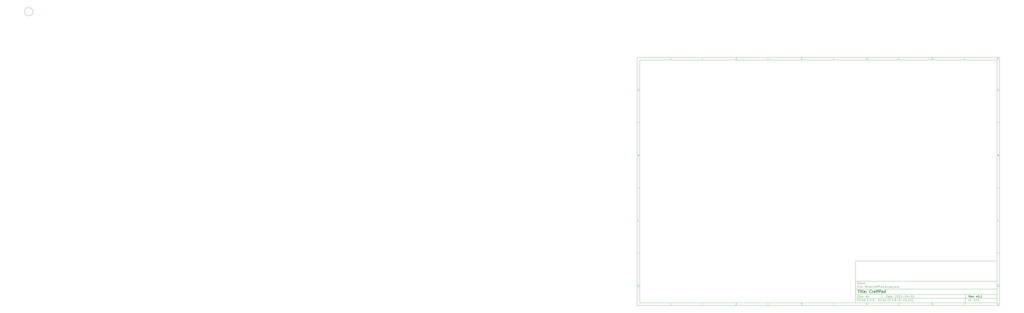
<source format=gbr>
%TF.GenerationSoftware,KiCad,Pcbnew,(5.1.9-0-10_14)*%
%TF.CreationDate,2021-04-02T00:26:10+08:00*%
%TF.ProjectId,MinecraftPad,4d696e65-6372-4616-9674-5061642e6b69,v0.1*%
%TF.SameCoordinates,Original*%
%TF.FileFunction,Other,Comment*%
%FSLAX46Y46*%
G04 Gerber Fmt 4.6, Leading zero omitted, Abs format (unit mm)*
G04 Created by KiCad (PCBNEW (5.1.9-0-10_14)) date 2021-04-02 00:26:10*
%MOMM*%
%LPD*%
G01*
G04 APERTURE LIST*
%ADD10C,0.100000*%
%ADD11C,0.150000*%
%ADD12C,0.300000*%
%ADD13C,0.400000*%
G04 APERTURE END LIST*
D10*
D11*
X177002200Y-166007200D02*
X177002200Y-198007200D01*
X285002200Y-198007200D01*
X285002200Y-166007200D01*
X177002200Y-166007200D01*
D10*
D11*
X10000000Y-10000000D02*
X10000000Y-200007200D01*
X287002200Y-200007200D01*
X287002200Y-10000000D01*
X10000000Y-10000000D01*
D10*
D11*
X12000000Y-12000000D02*
X12000000Y-198007200D01*
X285002200Y-198007200D01*
X285002200Y-12000000D01*
X12000000Y-12000000D01*
D10*
D11*
X60000000Y-12000000D02*
X60000000Y-10000000D01*
D10*
D11*
X110000000Y-12000000D02*
X110000000Y-10000000D01*
D10*
D11*
X160000000Y-12000000D02*
X160000000Y-10000000D01*
D10*
D11*
X210000000Y-12000000D02*
X210000000Y-10000000D01*
D10*
D11*
X260000000Y-12000000D02*
X260000000Y-10000000D01*
D10*
D11*
X36065476Y-11588095D02*
X35322619Y-11588095D01*
X35694047Y-11588095D02*
X35694047Y-10288095D01*
X35570238Y-10473809D01*
X35446428Y-10597619D01*
X35322619Y-10659523D01*
D10*
D11*
X85322619Y-10411904D02*
X85384523Y-10350000D01*
X85508333Y-10288095D01*
X85817857Y-10288095D01*
X85941666Y-10350000D01*
X86003571Y-10411904D01*
X86065476Y-10535714D01*
X86065476Y-10659523D01*
X86003571Y-10845238D01*
X85260714Y-11588095D01*
X86065476Y-11588095D01*
D10*
D11*
X135260714Y-10288095D02*
X136065476Y-10288095D01*
X135632142Y-10783333D01*
X135817857Y-10783333D01*
X135941666Y-10845238D01*
X136003571Y-10907142D01*
X136065476Y-11030952D01*
X136065476Y-11340476D01*
X136003571Y-11464285D01*
X135941666Y-11526190D01*
X135817857Y-11588095D01*
X135446428Y-11588095D01*
X135322619Y-11526190D01*
X135260714Y-11464285D01*
D10*
D11*
X185941666Y-10721428D02*
X185941666Y-11588095D01*
X185632142Y-10226190D02*
X185322619Y-11154761D01*
X186127380Y-11154761D01*
D10*
D11*
X236003571Y-10288095D02*
X235384523Y-10288095D01*
X235322619Y-10907142D01*
X235384523Y-10845238D01*
X235508333Y-10783333D01*
X235817857Y-10783333D01*
X235941666Y-10845238D01*
X236003571Y-10907142D01*
X236065476Y-11030952D01*
X236065476Y-11340476D01*
X236003571Y-11464285D01*
X235941666Y-11526190D01*
X235817857Y-11588095D01*
X235508333Y-11588095D01*
X235384523Y-11526190D01*
X235322619Y-11464285D01*
D10*
D11*
X285941666Y-10288095D02*
X285694047Y-10288095D01*
X285570238Y-10350000D01*
X285508333Y-10411904D01*
X285384523Y-10597619D01*
X285322619Y-10845238D01*
X285322619Y-11340476D01*
X285384523Y-11464285D01*
X285446428Y-11526190D01*
X285570238Y-11588095D01*
X285817857Y-11588095D01*
X285941666Y-11526190D01*
X286003571Y-11464285D01*
X286065476Y-11340476D01*
X286065476Y-11030952D01*
X286003571Y-10907142D01*
X285941666Y-10845238D01*
X285817857Y-10783333D01*
X285570238Y-10783333D01*
X285446428Y-10845238D01*
X285384523Y-10907142D01*
X285322619Y-11030952D01*
D10*
D11*
X60000000Y-198007200D02*
X60000000Y-200007200D01*
D10*
D11*
X110000000Y-198007200D02*
X110000000Y-200007200D01*
D10*
D11*
X160000000Y-198007200D02*
X160000000Y-200007200D01*
D10*
D11*
X210000000Y-198007200D02*
X210000000Y-200007200D01*
D10*
D11*
X260000000Y-198007200D02*
X260000000Y-200007200D01*
D10*
D11*
X36065476Y-199595295D02*
X35322619Y-199595295D01*
X35694047Y-199595295D02*
X35694047Y-198295295D01*
X35570238Y-198481009D01*
X35446428Y-198604819D01*
X35322619Y-198666723D01*
D10*
D11*
X85322619Y-198419104D02*
X85384523Y-198357200D01*
X85508333Y-198295295D01*
X85817857Y-198295295D01*
X85941666Y-198357200D01*
X86003571Y-198419104D01*
X86065476Y-198542914D01*
X86065476Y-198666723D01*
X86003571Y-198852438D01*
X85260714Y-199595295D01*
X86065476Y-199595295D01*
D10*
D11*
X135260714Y-198295295D02*
X136065476Y-198295295D01*
X135632142Y-198790533D01*
X135817857Y-198790533D01*
X135941666Y-198852438D01*
X136003571Y-198914342D01*
X136065476Y-199038152D01*
X136065476Y-199347676D01*
X136003571Y-199471485D01*
X135941666Y-199533390D01*
X135817857Y-199595295D01*
X135446428Y-199595295D01*
X135322619Y-199533390D01*
X135260714Y-199471485D01*
D10*
D11*
X185941666Y-198728628D02*
X185941666Y-199595295D01*
X185632142Y-198233390D02*
X185322619Y-199161961D01*
X186127380Y-199161961D01*
D10*
D11*
X236003571Y-198295295D02*
X235384523Y-198295295D01*
X235322619Y-198914342D01*
X235384523Y-198852438D01*
X235508333Y-198790533D01*
X235817857Y-198790533D01*
X235941666Y-198852438D01*
X236003571Y-198914342D01*
X236065476Y-199038152D01*
X236065476Y-199347676D01*
X236003571Y-199471485D01*
X235941666Y-199533390D01*
X235817857Y-199595295D01*
X235508333Y-199595295D01*
X235384523Y-199533390D01*
X235322619Y-199471485D01*
D10*
D11*
X285941666Y-198295295D02*
X285694047Y-198295295D01*
X285570238Y-198357200D01*
X285508333Y-198419104D01*
X285384523Y-198604819D01*
X285322619Y-198852438D01*
X285322619Y-199347676D01*
X285384523Y-199471485D01*
X285446428Y-199533390D01*
X285570238Y-199595295D01*
X285817857Y-199595295D01*
X285941666Y-199533390D01*
X286003571Y-199471485D01*
X286065476Y-199347676D01*
X286065476Y-199038152D01*
X286003571Y-198914342D01*
X285941666Y-198852438D01*
X285817857Y-198790533D01*
X285570238Y-198790533D01*
X285446428Y-198852438D01*
X285384523Y-198914342D01*
X285322619Y-199038152D01*
D10*
D11*
X10000000Y-60000000D02*
X12000000Y-60000000D01*
D10*
D11*
X10000000Y-110000000D02*
X12000000Y-110000000D01*
D10*
D11*
X10000000Y-160000000D02*
X12000000Y-160000000D01*
D10*
D11*
X10690476Y-35216666D02*
X11309523Y-35216666D01*
X10566666Y-35588095D02*
X11000000Y-34288095D01*
X11433333Y-35588095D01*
D10*
D11*
X11092857Y-84907142D02*
X11278571Y-84969047D01*
X11340476Y-85030952D01*
X11402380Y-85154761D01*
X11402380Y-85340476D01*
X11340476Y-85464285D01*
X11278571Y-85526190D01*
X11154761Y-85588095D01*
X10659523Y-85588095D01*
X10659523Y-84288095D01*
X11092857Y-84288095D01*
X11216666Y-84350000D01*
X11278571Y-84411904D01*
X11340476Y-84535714D01*
X11340476Y-84659523D01*
X11278571Y-84783333D01*
X11216666Y-84845238D01*
X11092857Y-84907142D01*
X10659523Y-84907142D01*
D10*
D11*
X11402380Y-135464285D02*
X11340476Y-135526190D01*
X11154761Y-135588095D01*
X11030952Y-135588095D01*
X10845238Y-135526190D01*
X10721428Y-135402380D01*
X10659523Y-135278571D01*
X10597619Y-135030952D01*
X10597619Y-134845238D01*
X10659523Y-134597619D01*
X10721428Y-134473809D01*
X10845238Y-134350000D01*
X11030952Y-134288095D01*
X11154761Y-134288095D01*
X11340476Y-134350000D01*
X11402380Y-134411904D01*
D10*
D11*
X10659523Y-185588095D02*
X10659523Y-184288095D01*
X10969047Y-184288095D01*
X11154761Y-184350000D01*
X11278571Y-184473809D01*
X11340476Y-184597619D01*
X11402380Y-184845238D01*
X11402380Y-185030952D01*
X11340476Y-185278571D01*
X11278571Y-185402380D01*
X11154761Y-185526190D01*
X10969047Y-185588095D01*
X10659523Y-185588095D01*
D10*
D11*
X287002200Y-60000000D02*
X285002200Y-60000000D01*
D10*
D11*
X287002200Y-110000000D02*
X285002200Y-110000000D01*
D10*
D11*
X287002200Y-160000000D02*
X285002200Y-160000000D01*
D10*
D11*
X285692676Y-35216666D02*
X286311723Y-35216666D01*
X285568866Y-35588095D02*
X286002200Y-34288095D01*
X286435533Y-35588095D01*
D10*
D11*
X286095057Y-84907142D02*
X286280771Y-84969047D01*
X286342676Y-85030952D01*
X286404580Y-85154761D01*
X286404580Y-85340476D01*
X286342676Y-85464285D01*
X286280771Y-85526190D01*
X286156961Y-85588095D01*
X285661723Y-85588095D01*
X285661723Y-84288095D01*
X286095057Y-84288095D01*
X286218866Y-84350000D01*
X286280771Y-84411904D01*
X286342676Y-84535714D01*
X286342676Y-84659523D01*
X286280771Y-84783333D01*
X286218866Y-84845238D01*
X286095057Y-84907142D01*
X285661723Y-84907142D01*
D10*
D11*
X286404580Y-135464285D02*
X286342676Y-135526190D01*
X286156961Y-135588095D01*
X286033152Y-135588095D01*
X285847438Y-135526190D01*
X285723628Y-135402380D01*
X285661723Y-135278571D01*
X285599819Y-135030952D01*
X285599819Y-134845238D01*
X285661723Y-134597619D01*
X285723628Y-134473809D01*
X285847438Y-134350000D01*
X286033152Y-134288095D01*
X286156961Y-134288095D01*
X286342676Y-134350000D01*
X286404580Y-134411904D01*
D10*
D11*
X285661723Y-185588095D02*
X285661723Y-184288095D01*
X285971247Y-184288095D01*
X286156961Y-184350000D01*
X286280771Y-184473809D01*
X286342676Y-184597619D01*
X286404580Y-184845238D01*
X286404580Y-185030952D01*
X286342676Y-185278571D01*
X286280771Y-185402380D01*
X286156961Y-185526190D01*
X285971247Y-185588095D01*
X285661723Y-185588095D01*
D10*
D11*
X200434342Y-193785771D02*
X200434342Y-192285771D01*
X200791485Y-192285771D01*
X201005771Y-192357200D01*
X201148628Y-192500057D01*
X201220057Y-192642914D01*
X201291485Y-192928628D01*
X201291485Y-193142914D01*
X201220057Y-193428628D01*
X201148628Y-193571485D01*
X201005771Y-193714342D01*
X200791485Y-193785771D01*
X200434342Y-193785771D01*
X202577200Y-193785771D02*
X202577200Y-193000057D01*
X202505771Y-192857200D01*
X202362914Y-192785771D01*
X202077200Y-192785771D01*
X201934342Y-192857200D01*
X202577200Y-193714342D02*
X202434342Y-193785771D01*
X202077200Y-193785771D01*
X201934342Y-193714342D01*
X201862914Y-193571485D01*
X201862914Y-193428628D01*
X201934342Y-193285771D01*
X202077200Y-193214342D01*
X202434342Y-193214342D01*
X202577200Y-193142914D01*
X203077200Y-192785771D02*
X203648628Y-192785771D01*
X203291485Y-192285771D02*
X203291485Y-193571485D01*
X203362914Y-193714342D01*
X203505771Y-193785771D01*
X203648628Y-193785771D01*
X204720057Y-193714342D02*
X204577200Y-193785771D01*
X204291485Y-193785771D01*
X204148628Y-193714342D01*
X204077200Y-193571485D01*
X204077200Y-193000057D01*
X204148628Y-192857200D01*
X204291485Y-192785771D01*
X204577200Y-192785771D01*
X204720057Y-192857200D01*
X204791485Y-193000057D01*
X204791485Y-193142914D01*
X204077200Y-193285771D01*
X205434342Y-193642914D02*
X205505771Y-193714342D01*
X205434342Y-193785771D01*
X205362914Y-193714342D01*
X205434342Y-193642914D01*
X205434342Y-193785771D01*
X205434342Y-192857200D02*
X205505771Y-192928628D01*
X205434342Y-193000057D01*
X205362914Y-192928628D01*
X205434342Y-192857200D01*
X205434342Y-193000057D01*
X207220057Y-192428628D02*
X207291485Y-192357200D01*
X207434342Y-192285771D01*
X207791485Y-192285771D01*
X207934342Y-192357200D01*
X208005771Y-192428628D01*
X208077200Y-192571485D01*
X208077200Y-192714342D01*
X208005771Y-192928628D01*
X207148628Y-193785771D01*
X208077200Y-193785771D01*
X209005771Y-192285771D02*
X209148628Y-192285771D01*
X209291485Y-192357200D01*
X209362914Y-192428628D01*
X209434342Y-192571485D01*
X209505771Y-192857200D01*
X209505771Y-193214342D01*
X209434342Y-193500057D01*
X209362914Y-193642914D01*
X209291485Y-193714342D01*
X209148628Y-193785771D01*
X209005771Y-193785771D01*
X208862914Y-193714342D01*
X208791485Y-193642914D01*
X208720057Y-193500057D01*
X208648628Y-193214342D01*
X208648628Y-192857200D01*
X208720057Y-192571485D01*
X208791485Y-192428628D01*
X208862914Y-192357200D01*
X209005771Y-192285771D01*
X210077200Y-192428628D02*
X210148628Y-192357200D01*
X210291485Y-192285771D01*
X210648628Y-192285771D01*
X210791485Y-192357200D01*
X210862914Y-192428628D01*
X210934342Y-192571485D01*
X210934342Y-192714342D01*
X210862914Y-192928628D01*
X210005771Y-193785771D01*
X210934342Y-193785771D01*
X212362914Y-193785771D02*
X211505771Y-193785771D01*
X211934342Y-193785771D02*
X211934342Y-192285771D01*
X211791485Y-192500057D01*
X211648628Y-192642914D01*
X211505771Y-192714342D01*
X213005771Y-193214342D02*
X214148628Y-193214342D01*
X215148628Y-192285771D02*
X215291485Y-192285771D01*
X215434342Y-192357200D01*
X215505771Y-192428628D01*
X215577200Y-192571485D01*
X215648628Y-192857200D01*
X215648628Y-193214342D01*
X215577200Y-193500057D01*
X215505771Y-193642914D01*
X215434342Y-193714342D01*
X215291485Y-193785771D01*
X215148628Y-193785771D01*
X215005771Y-193714342D01*
X214934342Y-193642914D01*
X214862914Y-193500057D01*
X214791485Y-193214342D01*
X214791485Y-192857200D01*
X214862914Y-192571485D01*
X214934342Y-192428628D01*
X215005771Y-192357200D01*
X215148628Y-192285771D01*
X216934342Y-192785771D02*
X216934342Y-193785771D01*
X216577200Y-192214342D02*
X216220057Y-193285771D01*
X217148628Y-193285771D01*
X217720057Y-193214342D02*
X218862914Y-193214342D01*
X219862914Y-192285771D02*
X220005771Y-192285771D01*
X220148628Y-192357200D01*
X220220057Y-192428628D01*
X220291485Y-192571485D01*
X220362914Y-192857200D01*
X220362914Y-193214342D01*
X220291485Y-193500057D01*
X220220057Y-193642914D01*
X220148628Y-193714342D01*
X220005771Y-193785771D01*
X219862914Y-193785771D01*
X219720057Y-193714342D01*
X219648628Y-193642914D01*
X219577200Y-193500057D01*
X219505771Y-193214342D01*
X219505771Y-192857200D01*
X219577200Y-192571485D01*
X219648628Y-192428628D01*
X219720057Y-192357200D01*
X219862914Y-192285771D01*
X221791485Y-193785771D02*
X220934342Y-193785771D01*
X221362914Y-193785771D02*
X221362914Y-192285771D01*
X221220057Y-192500057D01*
X221077200Y-192642914D01*
X220934342Y-192714342D01*
D10*
D11*
X177002200Y-194507200D02*
X285002200Y-194507200D01*
D10*
D11*
X178434342Y-196585771D02*
X178434342Y-195085771D01*
X179291485Y-196585771D02*
X178648628Y-195728628D01*
X179291485Y-195085771D02*
X178434342Y-195942914D01*
X179934342Y-196585771D02*
X179934342Y-195585771D01*
X179934342Y-195085771D02*
X179862914Y-195157200D01*
X179934342Y-195228628D01*
X180005771Y-195157200D01*
X179934342Y-195085771D01*
X179934342Y-195228628D01*
X181505771Y-196442914D02*
X181434342Y-196514342D01*
X181220057Y-196585771D01*
X181077200Y-196585771D01*
X180862914Y-196514342D01*
X180720057Y-196371485D01*
X180648628Y-196228628D01*
X180577200Y-195942914D01*
X180577200Y-195728628D01*
X180648628Y-195442914D01*
X180720057Y-195300057D01*
X180862914Y-195157200D01*
X181077200Y-195085771D01*
X181220057Y-195085771D01*
X181434342Y-195157200D01*
X181505771Y-195228628D01*
X182791485Y-196585771D02*
X182791485Y-195800057D01*
X182720057Y-195657200D01*
X182577200Y-195585771D01*
X182291485Y-195585771D01*
X182148628Y-195657200D01*
X182791485Y-196514342D02*
X182648628Y-196585771D01*
X182291485Y-196585771D01*
X182148628Y-196514342D01*
X182077200Y-196371485D01*
X182077200Y-196228628D01*
X182148628Y-196085771D01*
X182291485Y-196014342D01*
X182648628Y-196014342D01*
X182791485Y-195942914D01*
X184148628Y-196585771D02*
X184148628Y-195085771D01*
X184148628Y-196514342D02*
X184005771Y-196585771D01*
X183720057Y-196585771D01*
X183577200Y-196514342D01*
X183505771Y-196442914D01*
X183434342Y-196300057D01*
X183434342Y-195871485D01*
X183505771Y-195728628D01*
X183577200Y-195657200D01*
X183720057Y-195585771D01*
X184005771Y-195585771D01*
X184148628Y-195657200D01*
X186005771Y-195800057D02*
X186505771Y-195800057D01*
X186720057Y-196585771D02*
X186005771Y-196585771D01*
X186005771Y-195085771D01*
X186720057Y-195085771D01*
X187362914Y-196442914D02*
X187434342Y-196514342D01*
X187362914Y-196585771D01*
X187291485Y-196514342D01*
X187362914Y-196442914D01*
X187362914Y-196585771D01*
X188077200Y-196585771D02*
X188077200Y-195085771D01*
X188434342Y-195085771D01*
X188648628Y-195157200D01*
X188791485Y-195300057D01*
X188862914Y-195442914D01*
X188934342Y-195728628D01*
X188934342Y-195942914D01*
X188862914Y-196228628D01*
X188791485Y-196371485D01*
X188648628Y-196514342D01*
X188434342Y-196585771D01*
X188077200Y-196585771D01*
X189577200Y-196442914D02*
X189648628Y-196514342D01*
X189577200Y-196585771D01*
X189505771Y-196514342D01*
X189577200Y-196442914D01*
X189577200Y-196585771D01*
X190220057Y-196157200D02*
X190934342Y-196157200D01*
X190077200Y-196585771D02*
X190577200Y-195085771D01*
X191077200Y-196585771D01*
X191577200Y-196442914D02*
X191648628Y-196514342D01*
X191577200Y-196585771D01*
X191505771Y-196514342D01*
X191577200Y-196442914D01*
X191577200Y-196585771D01*
X194577200Y-196585771D02*
X194577200Y-195085771D01*
X194720057Y-196014342D02*
X195148628Y-196585771D01*
X195148628Y-195585771D02*
X194577200Y-196157200D01*
X195791485Y-196585771D02*
X195791485Y-195585771D01*
X195791485Y-195085771D02*
X195720057Y-195157200D01*
X195791485Y-195228628D01*
X195862914Y-195157200D01*
X195791485Y-195085771D01*
X195791485Y-195228628D01*
X197148628Y-196514342D02*
X197005771Y-196585771D01*
X196720057Y-196585771D01*
X196577200Y-196514342D01*
X196505771Y-196442914D01*
X196434342Y-196300057D01*
X196434342Y-195871485D01*
X196505771Y-195728628D01*
X196577200Y-195657200D01*
X196720057Y-195585771D01*
X197005771Y-195585771D01*
X197148628Y-195657200D01*
X198434342Y-196585771D02*
X198434342Y-195800057D01*
X198362914Y-195657200D01*
X198220057Y-195585771D01*
X197934342Y-195585771D01*
X197791485Y-195657200D01*
X198434342Y-196514342D02*
X198291485Y-196585771D01*
X197934342Y-196585771D01*
X197791485Y-196514342D01*
X197720057Y-196371485D01*
X197720057Y-196228628D01*
X197791485Y-196085771D01*
X197934342Y-196014342D01*
X198291485Y-196014342D01*
X198434342Y-195942914D01*
X199791485Y-196585771D02*
X199791485Y-195085771D01*
X199791485Y-196514342D02*
X199648628Y-196585771D01*
X199362914Y-196585771D01*
X199220057Y-196514342D01*
X199148628Y-196442914D01*
X199077200Y-196300057D01*
X199077200Y-195871485D01*
X199148628Y-195728628D01*
X199220057Y-195657200D01*
X199362914Y-195585771D01*
X199648628Y-195585771D01*
X199791485Y-195657200D01*
X202077200Y-197157200D02*
X202005771Y-197085771D01*
X201862914Y-196871485D01*
X201791485Y-196728628D01*
X201720057Y-196514342D01*
X201648628Y-196157200D01*
X201648628Y-195871485D01*
X201720057Y-195514342D01*
X201791485Y-195300057D01*
X201862914Y-195157200D01*
X202005771Y-194942914D01*
X202077200Y-194871485D01*
X203362914Y-195085771D02*
X202648628Y-195085771D01*
X202577200Y-195800057D01*
X202648628Y-195728628D01*
X202791485Y-195657200D01*
X203148628Y-195657200D01*
X203291485Y-195728628D01*
X203362914Y-195800057D01*
X203434342Y-195942914D01*
X203434342Y-196300057D01*
X203362914Y-196442914D01*
X203291485Y-196514342D01*
X203148628Y-196585771D01*
X202791485Y-196585771D01*
X202648628Y-196514342D01*
X202577200Y-196442914D01*
X204077200Y-196442914D02*
X204148628Y-196514342D01*
X204077200Y-196585771D01*
X204005771Y-196514342D01*
X204077200Y-196442914D01*
X204077200Y-196585771D01*
X205577200Y-196585771D02*
X204720057Y-196585771D01*
X205148628Y-196585771D02*
X205148628Y-195085771D01*
X205005771Y-195300057D01*
X204862914Y-195442914D01*
X204720057Y-195514342D01*
X206220057Y-196442914D02*
X206291485Y-196514342D01*
X206220057Y-196585771D01*
X206148628Y-196514342D01*
X206220057Y-196442914D01*
X206220057Y-196585771D01*
X207005771Y-196585771D02*
X207291485Y-196585771D01*
X207434342Y-196514342D01*
X207505771Y-196442914D01*
X207648628Y-196228628D01*
X207720057Y-195942914D01*
X207720057Y-195371485D01*
X207648628Y-195228628D01*
X207577200Y-195157200D01*
X207434342Y-195085771D01*
X207148628Y-195085771D01*
X207005771Y-195157200D01*
X206934342Y-195228628D01*
X206862914Y-195371485D01*
X206862914Y-195728628D01*
X206934342Y-195871485D01*
X207005771Y-195942914D01*
X207148628Y-196014342D01*
X207434342Y-196014342D01*
X207577200Y-195942914D01*
X207648628Y-195871485D01*
X207720057Y-195728628D01*
X208362914Y-196014342D02*
X209505771Y-196014342D01*
X210505771Y-195085771D02*
X210648628Y-195085771D01*
X210791485Y-195157200D01*
X210862914Y-195228628D01*
X210934342Y-195371485D01*
X211005771Y-195657200D01*
X211005771Y-196014342D01*
X210934342Y-196300057D01*
X210862914Y-196442914D01*
X210791485Y-196514342D01*
X210648628Y-196585771D01*
X210505771Y-196585771D01*
X210362914Y-196514342D01*
X210291485Y-196442914D01*
X210220057Y-196300057D01*
X210148628Y-196014342D01*
X210148628Y-195657200D01*
X210220057Y-195371485D01*
X210291485Y-195228628D01*
X210362914Y-195157200D01*
X210505771Y-195085771D01*
X211648628Y-196014342D02*
X212791485Y-196014342D01*
X214291485Y-196585771D02*
X213434342Y-196585771D01*
X213862914Y-196585771D02*
X213862914Y-195085771D01*
X213720057Y-195300057D01*
X213577200Y-195442914D01*
X213434342Y-195514342D01*
X215220057Y-195085771D02*
X215362914Y-195085771D01*
X215505771Y-195157200D01*
X215577200Y-195228628D01*
X215648628Y-195371485D01*
X215720057Y-195657200D01*
X215720057Y-196014342D01*
X215648628Y-196300057D01*
X215577200Y-196442914D01*
X215505771Y-196514342D01*
X215362914Y-196585771D01*
X215220057Y-196585771D01*
X215077200Y-196514342D01*
X215005771Y-196442914D01*
X214934342Y-196300057D01*
X214862914Y-196014342D01*
X214862914Y-195657200D01*
X214934342Y-195371485D01*
X215005771Y-195228628D01*
X215077200Y-195157200D01*
X215220057Y-195085771D01*
X216005771Y-196728628D02*
X217148628Y-196728628D01*
X218291485Y-196585771D02*
X217434342Y-196585771D01*
X217862914Y-196585771D02*
X217862914Y-195085771D01*
X217720057Y-195300057D01*
X217577200Y-195442914D01*
X217434342Y-195514342D01*
X219577200Y-195585771D02*
X219577200Y-196585771D01*
X219220057Y-195014342D02*
X218862914Y-196085771D01*
X219791485Y-196085771D01*
X220220057Y-197157200D02*
X220291485Y-197085771D01*
X220434342Y-196871485D01*
X220505771Y-196728628D01*
X220577200Y-196514342D01*
X220648628Y-196157200D01*
X220648628Y-195871485D01*
X220577200Y-195514342D01*
X220505771Y-195300057D01*
X220434342Y-195157200D01*
X220291485Y-194942914D01*
X220220057Y-194871485D01*
D10*
D11*
X177002200Y-191507200D02*
X285002200Y-191507200D01*
D10*
D12*
X264411485Y-193785771D02*
X263911485Y-193071485D01*
X263554342Y-193785771D02*
X263554342Y-192285771D01*
X264125771Y-192285771D01*
X264268628Y-192357200D01*
X264340057Y-192428628D01*
X264411485Y-192571485D01*
X264411485Y-192785771D01*
X264340057Y-192928628D01*
X264268628Y-193000057D01*
X264125771Y-193071485D01*
X263554342Y-193071485D01*
X265625771Y-193714342D02*
X265482914Y-193785771D01*
X265197200Y-193785771D01*
X265054342Y-193714342D01*
X264982914Y-193571485D01*
X264982914Y-193000057D01*
X265054342Y-192857200D01*
X265197200Y-192785771D01*
X265482914Y-192785771D01*
X265625771Y-192857200D01*
X265697200Y-193000057D01*
X265697200Y-193142914D01*
X264982914Y-193285771D01*
X266197200Y-192785771D02*
X266554342Y-193785771D01*
X266911485Y-192785771D01*
X267482914Y-193642914D02*
X267554342Y-193714342D01*
X267482914Y-193785771D01*
X267411485Y-193714342D01*
X267482914Y-193642914D01*
X267482914Y-193785771D01*
X267482914Y-192857200D02*
X267554342Y-192928628D01*
X267482914Y-193000057D01*
X267411485Y-192928628D01*
X267482914Y-192857200D01*
X267482914Y-193000057D01*
X269197200Y-192785771D02*
X269554342Y-193785771D01*
X269911485Y-192785771D01*
X270768628Y-192285771D02*
X270911485Y-192285771D01*
X271054342Y-192357200D01*
X271125771Y-192428628D01*
X271197200Y-192571485D01*
X271268628Y-192857200D01*
X271268628Y-193214342D01*
X271197200Y-193500057D01*
X271125771Y-193642914D01*
X271054342Y-193714342D01*
X270911485Y-193785771D01*
X270768628Y-193785771D01*
X270625771Y-193714342D01*
X270554342Y-193642914D01*
X270482914Y-193500057D01*
X270411485Y-193214342D01*
X270411485Y-192857200D01*
X270482914Y-192571485D01*
X270554342Y-192428628D01*
X270625771Y-192357200D01*
X270768628Y-192285771D01*
X271911485Y-193642914D02*
X271982914Y-193714342D01*
X271911485Y-193785771D01*
X271840057Y-193714342D01*
X271911485Y-193642914D01*
X271911485Y-193785771D01*
X273411485Y-193785771D02*
X272554342Y-193785771D01*
X272982914Y-193785771D02*
X272982914Y-192285771D01*
X272840057Y-192500057D01*
X272697200Y-192642914D01*
X272554342Y-192714342D01*
D10*
D11*
X178362914Y-193714342D02*
X178577200Y-193785771D01*
X178934342Y-193785771D01*
X179077200Y-193714342D01*
X179148628Y-193642914D01*
X179220057Y-193500057D01*
X179220057Y-193357200D01*
X179148628Y-193214342D01*
X179077200Y-193142914D01*
X178934342Y-193071485D01*
X178648628Y-193000057D01*
X178505771Y-192928628D01*
X178434342Y-192857200D01*
X178362914Y-192714342D01*
X178362914Y-192571485D01*
X178434342Y-192428628D01*
X178505771Y-192357200D01*
X178648628Y-192285771D01*
X179005771Y-192285771D01*
X179220057Y-192357200D01*
X179862914Y-193785771D02*
X179862914Y-192785771D01*
X179862914Y-192285771D02*
X179791485Y-192357200D01*
X179862914Y-192428628D01*
X179934342Y-192357200D01*
X179862914Y-192285771D01*
X179862914Y-192428628D01*
X180434342Y-192785771D02*
X181220057Y-192785771D01*
X180434342Y-193785771D01*
X181220057Y-193785771D01*
X182362914Y-193714342D02*
X182220057Y-193785771D01*
X181934342Y-193785771D01*
X181791485Y-193714342D01*
X181720057Y-193571485D01*
X181720057Y-193000057D01*
X181791485Y-192857200D01*
X181934342Y-192785771D01*
X182220057Y-192785771D01*
X182362914Y-192857200D01*
X182434342Y-193000057D01*
X182434342Y-193142914D01*
X181720057Y-193285771D01*
X183077200Y-193642914D02*
X183148628Y-193714342D01*
X183077200Y-193785771D01*
X183005771Y-193714342D01*
X183077200Y-193642914D01*
X183077200Y-193785771D01*
X183077200Y-192857200D02*
X183148628Y-192928628D01*
X183077200Y-193000057D01*
X183005771Y-192928628D01*
X183077200Y-192857200D01*
X183077200Y-193000057D01*
X184862914Y-193357200D02*
X185577200Y-193357200D01*
X184720057Y-193785771D02*
X185220057Y-192285771D01*
X185720057Y-193785771D01*
X186862914Y-192785771D02*
X186862914Y-193785771D01*
X186505771Y-192214342D02*
X186148628Y-193285771D01*
X187077200Y-193285771D01*
D10*
D11*
X263434342Y-196585771D02*
X263434342Y-195085771D01*
X264791485Y-196585771D02*
X264791485Y-195085771D01*
X264791485Y-196514342D02*
X264648628Y-196585771D01*
X264362914Y-196585771D01*
X264220057Y-196514342D01*
X264148628Y-196442914D01*
X264077200Y-196300057D01*
X264077200Y-195871485D01*
X264148628Y-195728628D01*
X264220057Y-195657200D01*
X264362914Y-195585771D01*
X264648628Y-195585771D01*
X264791485Y-195657200D01*
X265505771Y-196442914D02*
X265577200Y-196514342D01*
X265505771Y-196585771D01*
X265434342Y-196514342D01*
X265505771Y-196442914D01*
X265505771Y-196585771D01*
X265505771Y-195657200D02*
X265577200Y-195728628D01*
X265505771Y-195800057D01*
X265434342Y-195728628D01*
X265505771Y-195657200D01*
X265505771Y-195800057D01*
X268148628Y-196585771D02*
X267291485Y-196585771D01*
X267720057Y-196585771D02*
X267720057Y-195085771D01*
X267577200Y-195300057D01*
X267434342Y-195442914D01*
X267291485Y-195514342D01*
X269862914Y-195014342D02*
X268577200Y-196942914D01*
X271148628Y-196585771D02*
X270291485Y-196585771D01*
X270720057Y-196585771D02*
X270720057Y-195085771D01*
X270577200Y-195300057D01*
X270434342Y-195442914D01*
X270291485Y-195514342D01*
D10*
D11*
X177002200Y-187507200D02*
X285002200Y-187507200D01*
D10*
D13*
X178714580Y-188211961D02*
X179857438Y-188211961D01*
X179036009Y-190211961D02*
X179286009Y-188211961D01*
X180274104Y-190211961D02*
X180440771Y-188878628D01*
X180524104Y-188211961D02*
X180416961Y-188307200D01*
X180500295Y-188402438D01*
X180607438Y-188307200D01*
X180524104Y-188211961D01*
X180500295Y-188402438D01*
X181107438Y-188878628D02*
X181869342Y-188878628D01*
X181476485Y-188211961D02*
X181262200Y-189926247D01*
X181333628Y-190116723D01*
X181512200Y-190211961D01*
X181702676Y-190211961D01*
X182655057Y-190211961D02*
X182476485Y-190116723D01*
X182405057Y-189926247D01*
X182619342Y-188211961D01*
X184190771Y-190116723D02*
X183988390Y-190211961D01*
X183607438Y-190211961D01*
X183428866Y-190116723D01*
X183357438Y-189926247D01*
X183452676Y-189164342D01*
X183571723Y-188973866D01*
X183774104Y-188878628D01*
X184155057Y-188878628D01*
X184333628Y-188973866D01*
X184405057Y-189164342D01*
X184381247Y-189354819D01*
X183405057Y-189545295D01*
X185155057Y-190021485D02*
X185238390Y-190116723D01*
X185131247Y-190211961D01*
X185047914Y-190116723D01*
X185155057Y-190021485D01*
X185131247Y-190211961D01*
X185286009Y-188973866D02*
X185369342Y-189069104D01*
X185262200Y-189164342D01*
X185178866Y-189069104D01*
X185286009Y-188973866D01*
X185262200Y-189164342D01*
X188774104Y-190021485D02*
X188666961Y-190116723D01*
X188369342Y-190211961D01*
X188178866Y-190211961D01*
X187905057Y-190116723D01*
X187738390Y-189926247D01*
X187666961Y-189735771D01*
X187619342Y-189354819D01*
X187655057Y-189069104D01*
X187797914Y-188688152D01*
X187916961Y-188497676D01*
X188131247Y-188307200D01*
X188428866Y-188211961D01*
X188619342Y-188211961D01*
X188893152Y-188307200D01*
X188976485Y-188402438D01*
X189607438Y-190211961D02*
X189774104Y-188878628D01*
X189726485Y-189259580D02*
X189845533Y-189069104D01*
X189952676Y-188973866D01*
X190155057Y-188878628D01*
X190345533Y-188878628D01*
X191702676Y-190211961D02*
X191833628Y-189164342D01*
X191762200Y-188973866D01*
X191583628Y-188878628D01*
X191202676Y-188878628D01*
X191000295Y-188973866D01*
X191714580Y-190116723D02*
X191512200Y-190211961D01*
X191036009Y-190211961D01*
X190857438Y-190116723D01*
X190786009Y-189926247D01*
X190809819Y-189735771D01*
X190928866Y-189545295D01*
X191131247Y-189450057D01*
X191607438Y-189450057D01*
X191809819Y-189354819D01*
X192536009Y-188878628D02*
X193297914Y-188878628D01*
X192655057Y-190211961D02*
X192869342Y-188497676D01*
X192988390Y-188307200D01*
X193190771Y-188211961D01*
X193381247Y-188211961D01*
X193678866Y-188878628D02*
X194440771Y-188878628D01*
X194047914Y-188211961D02*
X193833628Y-189926247D01*
X193905057Y-190116723D01*
X194083628Y-190211961D01*
X194274104Y-190211961D01*
X194940771Y-190211961D02*
X195190771Y-188211961D01*
X195952676Y-188211961D01*
X196131247Y-188307200D01*
X196214580Y-188402438D01*
X196286009Y-188592914D01*
X196250295Y-188878628D01*
X196131247Y-189069104D01*
X196024104Y-189164342D01*
X195821723Y-189259580D01*
X195059819Y-189259580D01*
X197797914Y-190211961D02*
X197928866Y-189164342D01*
X197857438Y-188973866D01*
X197678866Y-188878628D01*
X197297914Y-188878628D01*
X197095533Y-188973866D01*
X197809819Y-190116723D02*
X197607438Y-190211961D01*
X197131247Y-190211961D01*
X196952676Y-190116723D01*
X196881247Y-189926247D01*
X196905057Y-189735771D01*
X197024104Y-189545295D01*
X197226485Y-189450057D01*
X197702676Y-189450057D01*
X197905057Y-189354819D01*
X199607438Y-190211961D02*
X199857438Y-188211961D01*
X199619342Y-190116723D02*
X199416961Y-190211961D01*
X199036009Y-190211961D01*
X198857438Y-190116723D01*
X198774104Y-190021485D01*
X198702676Y-189831009D01*
X198774104Y-189259580D01*
X198893152Y-189069104D01*
X199000295Y-188973866D01*
X199202676Y-188878628D01*
X199583628Y-188878628D01*
X199762200Y-188973866D01*
D10*
D11*
X178934342Y-185600057D02*
X178434342Y-185600057D01*
X178434342Y-186385771D02*
X178434342Y-184885771D01*
X179148628Y-184885771D01*
X179720057Y-186385771D02*
X179720057Y-185385771D01*
X179720057Y-184885771D02*
X179648628Y-184957200D01*
X179720057Y-185028628D01*
X179791485Y-184957200D01*
X179720057Y-184885771D01*
X179720057Y-185028628D01*
X180648628Y-186385771D02*
X180505771Y-186314342D01*
X180434342Y-186171485D01*
X180434342Y-184885771D01*
X181791485Y-186314342D02*
X181648628Y-186385771D01*
X181362914Y-186385771D01*
X181220057Y-186314342D01*
X181148628Y-186171485D01*
X181148628Y-185600057D01*
X181220057Y-185457200D01*
X181362914Y-185385771D01*
X181648628Y-185385771D01*
X181791485Y-185457200D01*
X181862914Y-185600057D01*
X181862914Y-185742914D01*
X181148628Y-185885771D01*
X182505771Y-186242914D02*
X182577200Y-186314342D01*
X182505771Y-186385771D01*
X182434342Y-186314342D01*
X182505771Y-186242914D01*
X182505771Y-186385771D01*
X182505771Y-185457200D02*
X182577200Y-185528628D01*
X182505771Y-185600057D01*
X182434342Y-185528628D01*
X182505771Y-185457200D01*
X182505771Y-185600057D01*
X184362914Y-186385771D02*
X184362914Y-184885771D01*
X184862914Y-185957200D01*
X185362914Y-184885771D01*
X185362914Y-186385771D01*
X186077200Y-186385771D02*
X186077200Y-185385771D01*
X186077200Y-184885771D02*
X186005771Y-184957200D01*
X186077200Y-185028628D01*
X186148628Y-184957200D01*
X186077200Y-184885771D01*
X186077200Y-185028628D01*
X186791485Y-185385771D02*
X186791485Y-186385771D01*
X186791485Y-185528628D02*
X186862914Y-185457200D01*
X187005771Y-185385771D01*
X187220057Y-185385771D01*
X187362914Y-185457200D01*
X187434342Y-185600057D01*
X187434342Y-186385771D01*
X188720057Y-186314342D02*
X188577200Y-186385771D01*
X188291485Y-186385771D01*
X188148628Y-186314342D01*
X188077200Y-186171485D01*
X188077200Y-185600057D01*
X188148628Y-185457200D01*
X188291485Y-185385771D01*
X188577200Y-185385771D01*
X188720057Y-185457200D01*
X188791485Y-185600057D01*
X188791485Y-185742914D01*
X188077200Y-185885771D01*
X190077200Y-186314342D02*
X189934342Y-186385771D01*
X189648628Y-186385771D01*
X189505771Y-186314342D01*
X189434342Y-186242914D01*
X189362914Y-186100057D01*
X189362914Y-185671485D01*
X189434342Y-185528628D01*
X189505771Y-185457200D01*
X189648628Y-185385771D01*
X189934342Y-185385771D01*
X190077200Y-185457200D01*
X190720057Y-186385771D02*
X190720057Y-185385771D01*
X190720057Y-185671485D02*
X190791485Y-185528628D01*
X190862914Y-185457200D01*
X191005771Y-185385771D01*
X191148628Y-185385771D01*
X192291485Y-186385771D02*
X192291485Y-185600057D01*
X192220057Y-185457200D01*
X192077200Y-185385771D01*
X191791485Y-185385771D01*
X191648628Y-185457200D01*
X192291485Y-186314342D02*
X192148628Y-186385771D01*
X191791485Y-186385771D01*
X191648628Y-186314342D01*
X191577200Y-186171485D01*
X191577200Y-186028628D01*
X191648628Y-185885771D01*
X191791485Y-185814342D01*
X192148628Y-185814342D01*
X192291485Y-185742914D01*
X192791485Y-185385771D02*
X193362914Y-185385771D01*
X193005771Y-186385771D02*
X193005771Y-185100057D01*
X193077200Y-184957200D01*
X193220057Y-184885771D01*
X193362914Y-184885771D01*
X193648628Y-185385771D02*
X194220057Y-185385771D01*
X193862914Y-184885771D02*
X193862914Y-186171485D01*
X193934342Y-186314342D01*
X194077200Y-186385771D01*
X194220057Y-186385771D01*
X194720057Y-186385771D02*
X194720057Y-184885771D01*
X195291485Y-184885771D01*
X195434342Y-184957200D01*
X195505771Y-185028628D01*
X195577200Y-185171485D01*
X195577200Y-185385771D01*
X195505771Y-185528628D01*
X195434342Y-185600057D01*
X195291485Y-185671485D01*
X194720057Y-185671485D01*
X196862914Y-186385771D02*
X196862914Y-185600057D01*
X196791485Y-185457200D01*
X196648628Y-185385771D01*
X196362914Y-185385771D01*
X196220057Y-185457200D01*
X196862914Y-186314342D02*
X196720057Y-186385771D01*
X196362914Y-186385771D01*
X196220057Y-186314342D01*
X196148628Y-186171485D01*
X196148628Y-186028628D01*
X196220057Y-185885771D01*
X196362914Y-185814342D01*
X196720057Y-185814342D01*
X196862914Y-185742914D01*
X198220057Y-186385771D02*
X198220057Y-184885771D01*
X198220057Y-186314342D02*
X198077200Y-186385771D01*
X197791485Y-186385771D01*
X197648628Y-186314342D01*
X197577200Y-186242914D01*
X197505771Y-186100057D01*
X197505771Y-185671485D01*
X197577200Y-185528628D01*
X197648628Y-185457200D01*
X197791485Y-185385771D01*
X198077200Y-185385771D01*
X198220057Y-185457200D01*
X198934342Y-186242914D02*
X199005771Y-186314342D01*
X198934342Y-186385771D01*
X198862914Y-186314342D01*
X198934342Y-186242914D01*
X198934342Y-186385771D01*
X199648628Y-186385771D02*
X199648628Y-184885771D01*
X199791485Y-185814342D02*
X200220057Y-186385771D01*
X200220057Y-185385771D02*
X199648628Y-185957200D01*
X200862914Y-186385771D02*
X200862914Y-185385771D01*
X200862914Y-184885771D02*
X200791485Y-184957200D01*
X200862914Y-185028628D01*
X200934342Y-184957200D01*
X200862914Y-184885771D01*
X200862914Y-185028628D01*
X202220057Y-186314342D02*
X202077200Y-186385771D01*
X201791485Y-186385771D01*
X201648628Y-186314342D01*
X201577200Y-186242914D01*
X201505771Y-186100057D01*
X201505771Y-185671485D01*
X201577200Y-185528628D01*
X201648628Y-185457200D01*
X201791485Y-185385771D01*
X202077200Y-185385771D01*
X202220057Y-185457200D01*
X203505771Y-186385771D02*
X203505771Y-185600057D01*
X203434342Y-185457200D01*
X203291485Y-185385771D01*
X203005771Y-185385771D01*
X202862914Y-185457200D01*
X203505771Y-186314342D02*
X203362914Y-186385771D01*
X203005771Y-186385771D01*
X202862914Y-186314342D01*
X202791485Y-186171485D01*
X202791485Y-186028628D01*
X202862914Y-185885771D01*
X203005771Y-185814342D01*
X203362914Y-185814342D01*
X203505771Y-185742914D01*
X204862914Y-186385771D02*
X204862914Y-184885771D01*
X204862914Y-186314342D02*
X204720057Y-186385771D01*
X204434342Y-186385771D01*
X204291485Y-186314342D01*
X204220057Y-186242914D01*
X204148628Y-186100057D01*
X204148628Y-185671485D01*
X204220057Y-185528628D01*
X204291485Y-185457200D01*
X204434342Y-185385771D01*
X204720057Y-185385771D01*
X204862914Y-185457200D01*
X205220057Y-186528628D02*
X206362914Y-186528628D01*
X206720057Y-185385771D02*
X206720057Y-186885771D01*
X206720057Y-185457200D02*
X206862914Y-185385771D01*
X207148628Y-185385771D01*
X207291485Y-185457200D01*
X207362914Y-185528628D01*
X207434342Y-185671485D01*
X207434342Y-186100057D01*
X207362914Y-186242914D01*
X207291485Y-186314342D01*
X207148628Y-186385771D01*
X206862914Y-186385771D01*
X206720057Y-186314342D01*
X208720057Y-186314342D02*
X208577200Y-186385771D01*
X208291485Y-186385771D01*
X208148628Y-186314342D01*
X208077200Y-186242914D01*
X208005771Y-186100057D01*
X208005771Y-185671485D01*
X208077200Y-185528628D01*
X208148628Y-185457200D01*
X208291485Y-185385771D01*
X208577200Y-185385771D01*
X208720057Y-185457200D01*
X209362914Y-186385771D02*
X209362914Y-184885771D01*
X209362914Y-185457200D02*
X209505771Y-185385771D01*
X209791485Y-185385771D01*
X209934342Y-185457200D01*
X210005771Y-185528628D01*
X210077200Y-185671485D01*
X210077200Y-186100057D01*
X210005771Y-186242914D01*
X209934342Y-186314342D01*
X209791485Y-186385771D01*
X209505771Y-186385771D01*
X209362914Y-186314342D01*
D10*
D11*
X177002200Y-181507200D02*
X285002200Y-181507200D01*
D10*
D11*
X178362914Y-183614342D02*
X178577200Y-183685771D01*
X178934342Y-183685771D01*
X179077200Y-183614342D01*
X179148628Y-183542914D01*
X179220057Y-183400057D01*
X179220057Y-183257200D01*
X179148628Y-183114342D01*
X179077200Y-183042914D01*
X178934342Y-182971485D01*
X178648628Y-182900057D01*
X178505771Y-182828628D01*
X178434342Y-182757200D01*
X178362914Y-182614342D01*
X178362914Y-182471485D01*
X178434342Y-182328628D01*
X178505771Y-182257200D01*
X178648628Y-182185771D01*
X179005771Y-182185771D01*
X179220057Y-182257200D01*
X179862914Y-183685771D02*
X179862914Y-182185771D01*
X180505771Y-183685771D02*
X180505771Y-182900057D01*
X180434342Y-182757200D01*
X180291485Y-182685771D01*
X180077200Y-182685771D01*
X179934342Y-182757200D01*
X179862914Y-182828628D01*
X181791485Y-183614342D02*
X181648628Y-183685771D01*
X181362914Y-183685771D01*
X181220057Y-183614342D01*
X181148628Y-183471485D01*
X181148628Y-182900057D01*
X181220057Y-182757200D01*
X181362914Y-182685771D01*
X181648628Y-182685771D01*
X181791485Y-182757200D01*
X181862914Y-182900057D01*
X181862914Y-183042914D01*
X181148628Y-183185771D01*
X183077200Y-183614342D02*
X182934342Y-183685771D01*
X182648628Y-183685771D01*
X182505771Y-183614342D01*
X182434342Y-183471485D01*
X182434342Y-182900057D01*
X182505771Y-182757200D01*
X182648628Y-182685771D01*
X182934342Y-182685771D01*
X183077200Y-182757200D01*
X183148628Y-182900057D01*
X183148628Y-183042914D01*
X182434342Y-183185771D01*
X183577200Y-182685771D02*
X184148628Y-182685771D01*
X183791485Y-182185771D02*
X183791485Y-183471485D01*
X183862914Y-183614342D01*
X184005771Y-183685771D01*
X184148628Y-183685771D01*
X184648628Y-183542914D02*
X184720057Y-183614342D01*
X184648628Y-183685771D01*
X184577200Y-183614342D01*
X184648628Y-183542914D01*
X184648628Y-183685771D01*
X184648628Y-182757200D02*
X184720057Y-182828628D01*
X184648628Y-182900057D01*
X184577200Y-182828628D01*
X184648628Y-182757200D01*
X184648628Y-182900057D01*
D10*
D11*
X197002200Y-191507200D02*
X197002200Y-194507200D01*
D10*
D11*
X261002200Y-191507200D02*
X261002200Y-198007200D01*
%TO.C,H1*%
X-451800000Y25000000D02*
G75*
G03*
X-451800000Y25000000I-3200000J0D01*
G01*
%TD*%
M02*

</source>
